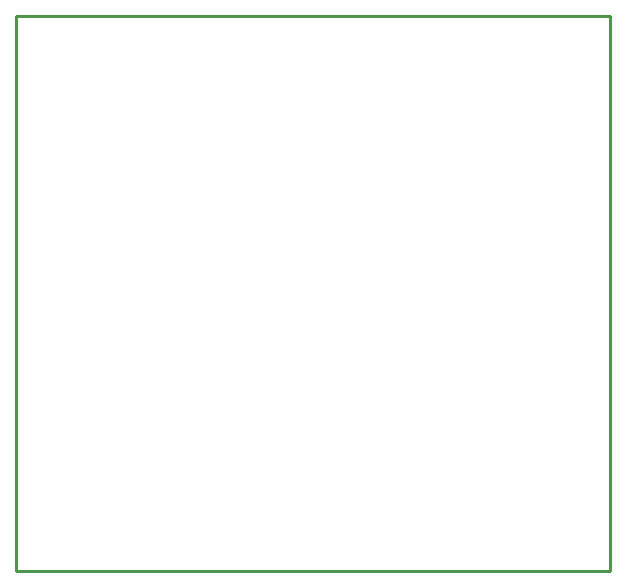
<source format=gko>
G04 Layer: BoardOutline*
G04 EasyEDA v6.2.43, 2019-09-14T08:05:40+03:00*
G04 099efe80dd8e4075b8cc61d203687640,04130c9be27c403289d01f1062dd982b,10*
G04 Gerber Generator version 0.2*
G04 Scale: 100 percent, Rotated: No, Reflected: No *
G04 Dimensions in millimeters *
G04 leading zeros omitted , absolute positions ,3 integer and 3 decimal *
%FSLAX33Y33*%
%MOMM*%
G90*
G71D02*

%ADD10C,0.254000*%
G54D10*
G01X0Y46990D02*
G01X50292Y46990D01*
G01X50292Y0D01*
G01X0Y0D01*
G01X0Y46990D01*

%LPD*%
M00*
M02*

</source>
